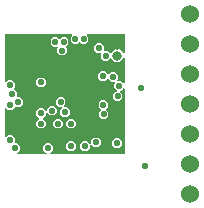
<source format=gbr>
G04 EAGLE Gerber X2 export*
%TF.Part,Single*%
%TF.FileFunction,Copper,L2,Inr,Mixed*%
%TF.FilePolarity,Positive*%
%TF.GenerationSoftware,Autodesk,EAGLE,8.7.1*%
%TF.CreationDate,2018-04-15T23:48:00Z*%
G75*
%MOMM*%
%FSLAX34Y34*%
%LPD*%
%AMOC8*
5,1,8,0,0,1.08239X$1,22.5*%
G01*
%ADD10C,1.524000*%
%ADD11C,0.558800*%
%ADD12C,0.804800*%

G36*
X33912Y-750D02*
X33912Y-750D01*
X33984Y-748D01*
X34033Y-730D01*
X34084Y-722D01*
X34147Y-688D01*
X34215Y-663D01*
X34255Y-631D01*
X34301Y-606D01*
X34351Y-554D01*
X34407Y-510D01*
X34435Y-466D01*
X34471Y-428D01*
X34501Y-363D01*
X34540Y-303D01*
X34552Y-252D01*
X34574Y-205D01*
X34582Y-134D01*
X34600Y-64D01*
X34596Y-12D01*
X34601Y39D01*
X34586Y110D01*
X34581Y181D01*
X34560Y229D01*
X34549Y280D01*
X34512Y341D01*
X34484Y407D01*
X34439Y463D01*
X34423Y491D01*
X34405Y506D01*
X34379Y538D01*
X31926Y2991D01*
X31926Y6359D01*
X34307Y8740D01*
X37675Y8740D01*
X40056Y6359D01*
X40056Y2991D01*
X37603Y538D01*
X37561Y480D01*
X37511Y428D01*
X37490Y381D01*
X37459Y339D01*
X37438Y270D01*
X37408Y205D01*
X37402Y153D01*
X37387Y103D01*
X37389Y32D01*
X37381Y-39D01*
X37392Y-90D01*
X37393Y-142D01*
X37418Y-210D01*
X37433Y-280D01*
X37460Y-325D01*
X37478Y-373D01*
X37522Y-429D01*
X37559Y-491D01*
X37599Y-525D01*
X37631Y-565D01*
X37692Y-604D01*
X37746Y-651D01*
X37794Y-670D01*
X37838Y-698D01*
X37908Y-716D01*
X37974Y-743D01*
X38046Y-751D01*
X38077Y-759D01*
X38100Y-757D01*
X38141Y-761D01*
X100000Y-761D01*
X100020Y-758D01*
X100039Y-760D01*
X100141Y-738D01*
X100243Y-722D01*
X100260Y-712D01*
X100280Y-708D01*
X100369Y-655D01*
X100460Y-606D01*
X100474Y-592D01*
X100491Y-582D01*
X100558Y-503D01*
X100630Y-428D01*
X100638Y-410D01*
X100651Y-395D01*
X100690Y-299D01*
X100733Y-205D01*
X100735Y-185D01*
X100743Y-167D01*
X100761Y0D01*
X100761Y54175D01*
X100750Y54246D01*
X100748Y54317D01*
X100730Y54366D01*
X100722Y54418D01*
X100688Y54481D01*
X100663Y54548D01*
X100631Y54589D01*
X100606Y54635D01*
X100555Y54684D01*
X100510Y54741D01*
X100466Y54769D01*
X100428Y54805D01*
X100363Y54835D01*
X100303Y54874D01*
X100252Y54886D01*
X100205Y54908D01*
X100134Y54916D01*
X100064Y54934D01*
X100012Y54930D01*
X99961Y54935D01*
X99890Y54920D01*
X99819Y54914D01*
X99771Y54894D01*
X99720Y54883D01*
X99659Y54846D01*
X99593Y54818D01*
X99537Y54773D01*
X99509Y54757D01*
X99494Y54739D01*
X99462Y54713D01*
X97684Y52935D01*
X97325Y52935D01*
X97254Y52924D01*
X97183Y52922D01*
X97134Y52904D01*
X97082Y52896D01*
X97019Y52862D01*
X96952Y52837D01*
X96911Y52805D01*
X96865Y52780D01*
X96816Y52728D01*
X96760Y52684D01*
X96731Y52640D01*
X96696Y52602D01*
X96665Y52537D01*
X96627Y52477D01*
X96614Y52426D01*
X96592Y52379D01*
X96584Y52308D01*
X96567Y52238D01*
X96571Y52186D01*
X96565Y52135D01*
X96580Y52064D01*
X96586Y51993D01*
X96606Y51945D01*
X96617Y51894D01*
X96654Y51833D01*
X96682Y51767D01*
X96727Y51711D01*
X96743Y51683D01*
X96761Y51668D01*
X96787Y51636D01*
X98739Y49684D01*
X98739Y46316D01*
X96358Y43935D01*
X92990Y43935D01*
X90609Y46316D01*
X90609Y49684D01*
X92990Y52065D01*
X93349Y52065D01*
X93420Y52076D01*
X93492Y52078D01*
X93540Y52096D01*
X93592Y52104D01*
X93655Y52138D01*
X93723Y52163D01*
X93763Y52195D01*
X93809Y52220D01*
X93859Y52272D01*
X93915Y52316D01*
X93943Y52360D01*
X93979Y52398D01*
X94009Y52463D01*
X94048Y52523D01*
X94060Y52574D01*
X94082Y52621D01*
X94090Y52692D01*
X94108Y52762D01*
X94104Y52814D01*
X94109Y52865D01*
X94094Y52936D01*
X94088Y53007D01*
X94068Y53055D01*
X94057Y53106D01*
X94020Y53167D01*
X93992Y53233D01*
X93947Y53289D01*
X93931Y53317D01*
X93913Y53332D01*
X93887Y53364D01*
X91935Y55316D01*
X91935Y58684D01*
X92575Y59323D01*
X92617Y59382D01*
X92666Y59434D01*
X92688Y59481D01*
X92718Y59523D01*
X92740Y59592D01*
X92770Y59657D01*
X92775Y59708D01*
X92791Y59758D01*
X92789Y59830D01*
X92797Y59901D01*
X92786Y59952D01*
X92784Y60004D01*
X92760Y60071D01*
X92745Y60141D01*
X92718Y60186D01*
X92700Y60235D01*
X92655Y60291D01*
X92618Y60353D01*
X92579Y60386D01*
X92546Y60427D01*
X92486Y60466D01*
X92432Y60512D01*
X92383Y60532D01*
X92339Y60560D01*
X92270Y60578D01*
X92203Y60604D01*
X92132Y60612D01*
X92101Y60620D01*
X92078Y60618D01*
X92037Y60623D01*
X89502Y60623D01*
X87099Y63026D01*
X87083Y63037D01*
X87070Y63053D01*
X86983Y63109D01*
X86899Y63169D01*
X86880Y63175D01*
X86863Y63186D01*
X86763Y63211D01*
X86664Y63241D01*
X86644Y63241D01*
X86625Y63246D01*
X86522Y63238D01*
X86418Y63235D01*
X86399Y63228D01*
X86380Y63227D01*
X86285Y63186D01*
X86187Y63151D01*
X86172Y63138D01*
X86153Y63130D01*
X86022Y63026D01*
X84210Y61213D01*
X80843Y61213D01*
X78462Y63594D01*
X78462Y66962D01*
X80843Y69343D01*
X84210Y69343D01*
X86613Y66940D01*
X86629Y66928D01*
X86641Y66913D01*
X86729Y66857D01*
X86813Y66796D01*
X86832Y66791D01*
X86848Y66780D01*
X86949Y66755D01*
X87048Y66724D01*
X87068Y66725D01*
X87087Y66720D01*
X87190Y66728D01*
X87293Y66730D01*
X87312Y66737D01*
X87332Y66739D01*
X87427Y66779D01*
X87525Y66815D01*
X87540Y66827D01*
X87558Y66835D01*
X87689Y66940D01*
X89502Y68752D01*
X92869Y68752D01*
X95250Y66371D01*
X95250Y63004D01*
X94610Y62364D01*
X94569Y62306D01*
X94519Y62254D01*
X94497Y62207D01*
X94467Y62165D01*
X94446Y62096D01*
X94416Y62031D01*
X94410Y61979D01*
X94395Y61929D01*
X94396Y61858D01*
X94388Y61787D01*
X94400Y61736D01*
X94401Y61684D01*
X94426Y61616D01*
X94441Y61546D01*
X94467Y61501D01*
X94485Y61453D01*
X94530Y61397D01*
X94567Y61335D01*
X94606Y61301D01*
X94639Y61261D01*
X94699Y61222D01*
X94754Y61175D01*
X94802Y61156D01*
X94846Y61128D01*
X94915Y61110D01*
X94982Y61083D01*
X95053Y61075D01*
X95084Y61067D01*
X95108Y61069D01*
X95149Y61065D01*
X97684Y61065D01*
X99462Y59287D01*
X99520Y59245D01*
X99572Y59195D01*
X99619Y59173D01*
X99661Y59143D01*
X99730Y59122D01*
X99795Y59092D01*
X99847Y59086D01*
X99897Y59071D01*
X99968Y59073D01*
X100039Y59065D01*
X100090Y59076D01*
X100142Y59077D01*
X100210Y59102D01*
X100280Y59117D01*
X100324Y59144D01*
X100373Y59162D01*
X100429Y59206D01*
X100491Y59243D01*
X100525Y59283D01*
X100565Y59315D01*
X100604Y59376D01*
X100651Y59430D01*
X100670Y59478D01*
X100698Y59522D01*
X100716Y59592D01*
X100743Y59658D01*
X100751Y59730D01*
X100759Y59761D01*
X100757Y59784D01*
X100761Y59825D01*
X100761Y79867D01*
X100750Y79938D01*
X100748Y80010D01*
X100730Y80059D01*
X100722Y80110D01*
X100688Y80173D01*
X100663Y80241D01*
X100631Y80282D01*
X100606Y80328D01*
X100555Y80377D01*
X100510Y80433D01*
X100466Y80461D01*
X100428Y80497D01*
X100363Y80527D01*
X100303Y80566D01*
X100252Y80579D01*
X100205Y80601D01*
X100134Y80608D01*
X100064Y80626D01*
X100012Y80622D01*
X99961Y80628D01*
X99890Y80612D01*
X99819Y80607D01*
X99771Y80587D01*
X99720Y80575D01*
X99659Y80539D01*
X99593Y80511D01*
X99537Y80466D01*
X99509Y80449D01*
X99494Y80431D01*
X99462Y80406D01*
X96443Y77387D01*
X92057Y77387D01*
X89262Y80182D01*
X89246Y80194D01*
X89233Y80210D01*
X89146Y80266D01*
X89062Y80326D01*
X89043Y80332D01*
X89026Y80343D01*
X88926Y80368D01*
X88827Y80398D01*
X88807Y80398D01*
X88788Y80403D01*
X88685Y80395D01*
X88581Y80392D01*
X88562Y80385D01*
X88543Y80383D01*
X88448Y80343D01*
X88350Y80307D01*
X88335Y80295D01*
X88316Y80287D01*
X88185Y80182D01*
X86200Y78197D01*
X82833Y78197D01*
X80452Y80578D01*
X80452Y84074D01*
X80448Y84094D01*
X80451Y84113D01*
X80429Y84215D01*
X80412Y84317D01*
X80403Y84334D01*
X80398Y84354D01*
X80345Y84443D01*
X80297Y84534D01*
X80282Y84548D01*
X80272Y84565D01*
X80193Y84632D01*
X80118Y84704D01*
X80100Y84712D01*
X80085Y84725D01*
X79989Y84764D01*
X79895Y84807D01*
X79876Y84809D01*
X79857Y84817D01*
X79690Y84835D01*
X77056Y84835D01*
X74675Y87216D01*
X74675Y90584D01*
X77056Y92965D01*
X80424Y92965D01*
X82805Y90584D01*
X82805Y87088D01*
X82808Y87068D01*
X82806Y87048D01*
X82828Y86947D01*
X82844Y86845D01*
X82854Y86827D01*
X82858Y86808D01*
X82911Y86719D01*
X82960Y86628D01*
X82974Y86614D01*
X82984Y86597D01*
X83063Y86529D01*
X83138Y86458D01*
X83156Y86450D01*
X83171Y86437D01*
X83267Y86398D01*
X83361Y86355D01*
X83381Y86352D01*
X83399Y86345D01*
X83566Y86326D01*
X86200Y86326D01*
X87765Y84761D01*
X87781Y84750D01*
X87794Y84734D01*
X87881Y84678D01*
X87965Y84618D01*
X87984Y84612D01*
X88001Y84601D01*
X88101Y84576D01*
X88200Y84545D01*
X88220Y84546D01*
X88239Y84541D01*
X88342Y84549D01*
X88446Y84552D01*
X88464Y84559D01*
X88484Y84560D01*
X88579Y84601D01*
X88677Y84636D01*
X88692Y84649D01*
X88711Y84657D01*
X88842Y84761D01*
X92057Y87977D01*
X96443Y87977D01*
X99462Y84958D01*
X99520Y84916D01*
X99572Y84867D01*
X99619Y84845D01*
X99661Y84815D01*
X99730Y84794D01*
X99795Y84763D01*
X99847Y84758D01*
X99897Y84742D01*
X99968Y84744D01*
X100039Y84736D01*
X100090Y84747D01*
X100142Y84749D01*
X100210Y84773D01*
X100280Y84789D01*
X100324Y84815D01*
X100373Y84833D01*
X100429Y84878D01*
X100491Y84915D01*
X100525Y84954D01*
X100565Y84987D01*
X100604Y85047D01*
X100651Y85102D01*
X100670Y85150D01*
X100698Y85194D01*
X100716Y85263D01*
X100743Y85330D01*
X100751Y85401D01*
X100759Y85432D01*
X100757Y85456D01*
X100761Y85497D01*
X100761Y100000D01*
X100758Y100020D01*
X100760Y100039D01*
X100738Y100141D01*
X100722Y100243D01*
X100712Y100260D01*
X100708Y100280D01*
X100655Y100369D01*
X100606Y100460D01*
X100592Y100474D01*
X100582Y100491D01*
X100503Y100558D01*
X100428Y100630D01*
X100410Y100638D01*
X100395Y100651D01*
X100299Y100690D01*
X100205Y100733D01*
X100185Y100735D01*
X100167Y100743D01*
X100000Y100761D01*
X69412Y100761D01*
X69342Y100750D01*
X69270Y100748D01*
X69221Y100730D01*
X69170Y100722D01*
X69106Y100688D01*
X69039Y100663D01*
X68998Y100631D01*
X68952Y100606D01*
X68903Y100555D01*
X68847Y100510D01*
X68819Y100466D01*
X68783Y100428D01*
X68753Y100363D01*
X68714Y100303D01*
X68701Y100252D01*
X68679Y100205D01*
X68671Y100134D01*
X68654Y100064D01*
X68658Y100012D01*
X68652Y99961D01*
X68667Y99890D01*
X68673Y99819D01*
X68693Y99771D01*
X68704Y99720D01*
X68741Y99659D01*
X68769Y99593D01*
X68814Y99537D01*
X68831Y99509D01*
X68848Y99494D01*
X68874Y99462D01*
X69899Y98437D01*
X69899Y95070D01*
X67518Y92689D01*
X64150Y92689D01*
X62885Y93954D01*
X62869Y93965D01*
X62857Y93981D01*
X62769Y94037D01*
X62686Y94097D01*
X62667Y94103D01*
X62650Y94114D01*
X62549Y94139D01*
X62451Y94170D01*
X62431Y94169D01*
X62411Y94174D01*
X62308Y94166D01*
X62205Y94163D01*
X62186Y94156D01*
X62166Y94155D01*
X62071Y94114D01*
X61974Y94079D01*
X61958Y94066D01*
X61940Y94058D01*
X61809Y93954D01*
X60660Y92804D01*
X57292Y92804D01*
X54911Y95186D01*
X54911Y98553D01*
X55820Y99462D01*
X55862Y99520D01*
X55911Y99572D01*
X55933Y99619D01*
X55964Y99661D01*
X55985Y99730D01*
X56015Y99795D01*
X56021Y99847D01*
X56036Y99897D01*
X56034Y99968D01*
X56042Y100039D01*
X56031Y100090D01*
X56030Y100142D01*
X56005Y100210D01*
X55990Y100280D01*
X55963Y100324D01*
X55945Y100373D01*
X55900Y100429D01*
X55864Y100491D01*
X55824Y100525D01*
X55791Y100565D01*
X55731Y100604D01*
X55677Y100651D01*
X55628Y100670D01*
X55585Y100698D01*
X55515Y100716D01*
X55448Y100743D01*
X55377Y100751D01*
X55346Y100759D01*
X55323Y100757D01*
X55282Y100761D01*
X0Y100761D01*
X-20Y100758D01*
X-39Y100760D01*
X-141Y100738D01*
X-243Y100722D01*
X-260Y100712D01*
X-280Y100708D01*
X-369Y100655D01*
X-460Y100606D01*
X-474Y100592D01*
X-491Y100582D01*
X-558Y100503D01*
X-630Y100428D01*
X-638Y100410D01*
X-651Y100395D01*
X-690Y100299D01*
X-733Y100205D01*
X-735Y100185D01*
X-743Y100167D01*
X-761Y100000D01*
X-761Y60825D01*
X-750Y60754D01*
X-748Y60683D01*
X-730Y60634D01*
X-722Y60582D01*
X-688Y60519D01*
X-663Y60452D01*
X-631Y60411D01*
X-606Y60365D01*
X-554Y60315D01*
X-510Y60259D01*
X-466Y60231D01*
X-428Y60195D01*
X-363Y60165D01*
X-303Y60126D01*
X-252Y60114D01*
X-205Y60092D01*
X-134Y60084D01*
X-64Y60066D01*
X-12Y60070D01*
X39Y60065D01*
X110Y60080D01*
X181Y60086D01*
X229Y60106D01*
X280Y60117D01*
X341Y60154D01*
X407Y60182D01*
X463Y60227D01*
X491Y60243D01*
X506Y60261D01*
X538Y60287D01*
X2316Y62065D01*
X5684Y62065D01*
X8065Y59684D01*
X8065Y56316D01*
X7048Y55300D01*
X7037Y55284D01*
X7021Y55271D01*
X6965Y55184D01*
X6905Y55100D01*
X6899Y55081D01*
X6888Y55064D01*
X6863Y54964D01*
X6832Y54865D01*
X6833Y54845D01*
X6828Y54826D01*
X6836Y54723D01*
X6839Y54619D01*
X6846Y54600D01*
X6847Y54580D01*
X6887Y54486D01*
X6923Y54388D01*
X6936Y54372D01*
X6943Y54354D01*
X7048Y54223D01*
X9637Y51634D01*
X9637Y48051D01*
X9640Y48031D01*
X9638Y48011D01*
X9660Y47910D01*
X9677Y47808D01*
X9686Y47790D01*
X9690Y47771D01*
X9744Y47682D01*
X9792Y47590D01*
X9806Y47577D01*
X9817Y47560D01*
X9895Y47492D01*
X9970Y47421D01*
X9988Y47413D01*
X10004Y47400D01*
X10100Y47361D01*
X10193Y47317D01*
X10213Y47315D01*
X10232Y47308D01*
X10398Y47289D01*
X12082Y47289D01*
X14463Y44908D01*
X14463Y41541D01*
X12082Y39160D01*
X8715Y39160D01*
X8600Y39275D01*
X8584Y39286D01*
X8571Y39302D01*
X8484Y39358D01*
X8400Y39418D01*
X8381Y39424D01*
X8364Y39435D01*
X8264Y39460D01*
X8165Y39491D01*
X8145Y39490D01*
X8126Y39495D01*
X8023Y39487D01*
X7919Y39484D01*
X7900Y39478D01*
X7881Y39476D01*
X7786Y39436D01*
X7688Y39400D01*
X7673Y39387D01*
X7654Y39380D01*
X7523Y39275D01*
X5184Y36935D01*
X1816Y36935D01*
X538Y38213D01*
X480Y38255D01*
X428Y38305D01*
X381Y38326D01*
X339Y38357D01*
X270Y38378D01*
X205Y38408D01*
X153Y38414D01*
X103Y38429D01*
X32Y38427D01*
X-39Y38435D01*
X-90Y38424D01*
X-142Y38423D01*
X-210Y38398D01*
X-280Y38383D01*
X-325Y38356D01*
X-373Y38338D01*
X-429Y38294D01*
X-491Y38257D01*
X-525Y38217D01*
X-565Y38185D01*
X-604Y38124D01*
X-651Y38070D01*
X-670Y38022D01*
X-698Y37978D01*
X-716Y37908D01*
X-743Y37842D01*
X-751Y37770D01*
X-759Y37739D01*
X-757Y37716D01*
X-761Y37675D01*
X-761Y14429D01*
X-750Y14358D01*
X-748Y14287D01*
X-730Y14238D01*
X-722Y14186D01*
X-688Y14123D01*
X-663Y14056D01*
X-631Y14015D01*
X-606Y13969D01*
X-554Y13920D01*
X-510Y13864D01*
X-466Y13836D01*
X-428Y13800D01*
X-363Y13770D01*
X-303Y13731D01*
X-252Y13718D01*
X-205Y13696D01*
X-134Y13688D01*
X-64Y13671D01*
X-12Y13675D01*
X39Y13669D01*
X110Y13684D01*
X181Y13690D01*
X229Y13710D01*
X280Y13721D01*
X341Y13758D01*
X407Y13786D01*
X463Y13831D01*
X491Y13847D01*
X506Y13865D01*
X538Y13891D01*
X1990Y15343D01*
X5357Y15343D01*
X7738Y12962D01*
X7738Y9488D01*
X7711Y9428D01*
X7705Y9377D01*
X7690Y9327D01*
X7692Y9255D01*
X7684Y9184D01*
X7695Y9133D01*
X7696Y9081D01*
X7721Y9014D01*
X7736Y8943D01*
X7763Y8899D01*
X7780Y8850D01*
X7825Y8794D01*
X7862Y8732D01*
X7902Y8698D01*
X7934Y8658D01*
X7994Y8619D01*
X8049Y8572D01*
X8097Y8553D01*
X8141Y8525D01*
X8210Y8507D01*
X8277Y8480D01*
X8348Y8473D01*
X8379Y8465D01*
X8403Y8466D01*
X8444Y8462D01*
X9536Y8462D01*
X11917Y6081D01*
X11917Y2714D01*
X9742Y538D01*
X9700Y480D01*
X9651Y428D01*
X9629Y381D01*
X9599Y339D01*
X9577Y270D01*
X9547Y205D01*
X9541Y153D01*
X9526Y103D01*
X9528Y32D01*
X9520Y-39D01*
X9531Y-90D01*
X9533Y-142D01*
X9557Y-210D01*
X9572Y-280D01*
X9599Y-325D01*
X9617Y-373D01*
X9662Y-429D01*
X9699Y-491D01*
X9738Y-525D01*
X9771Y-565D01*
X9831Y-604D01*
X9885Y-651D01*
X9934Y-670D01*
X9978Y-698D01*
X10047Y-716D01*
X10114Y-743D01*
X10185Y-751D01*
X10216Y-759D01*
X10239Y-757D01*
X10280Y-761D01*
X33841Y-761D01*
X33912Y-750D01*
G37*
%LPC*%
G36*
X28316Y20935D02*
X28316Y20935D01*
X25935Y23316D01*
X25935Y26684D01*
X28213Y28962D01*
X28225Y28978D01*
X28241Y28990D01*
X28297Y29078D01*
X28357Y29161D01*
X28363Y29180D01*
X28374Y29197D01*
X28399Y29298D01*
X28429Y29397D01*
X28429Y29416D01*
X28434Y29436D01*
X28426Y29539D01*
X28423Y29642D01*
X28416Y29661D01*
X28414Y29681D01*
X28374Y29776D01*
X28338Y29873D01*
X28326Y29889D01*
X28318Y29907D01*
X28213Y30038D01*
X25935Y32316D01*
X25935Y35684D01*
X28316Y38065D01*
X31684Y38065D01*
X33617Y36131D01*
X33675Y36090D01*
X33727Y36040D01*
X33774Y36018D01*
X33817Y35988D01*
X33885Y35967D01*
X33950Y35937D01*
X34002Y35931D01*
X34052Y35915D01*
X34124Y35917D01*
X34195Y35909D01*
X34246Y35921D01*
X34298Y35922D01*
X34365Y35946D01*
X34435Y35962D01*
X34480Y35988D01*
X34529Y36006D01*
X34585Y36051D01*
X34646Y36088D01*
X34680Y36127D01*
X34721Y36160D01*
X34759Y36220D01*
X34806Y36275D01*
X34826Y36323D01*
X34854Y36367D01*
X34871Y36436D01*
X34898Y36503D01*
X34906Y36574D01*
X34914Y36605D01*
X34912Y36629D01*
X34917Y36670D01*
X34917Y37702D01*
X37298Y40084D01*
X40665Y40084D01*
X43046Y37702D01*
X43046Y34335D01*
X40665Y31954D01*
X37298Y31954D01*
X35364Y33887D01*
X35306Y33929D01*
X35254Y33979D01*
X35207Y34001D01*
X35165Y34031D01*
X35096Y34052D01*
X35031Y34082D01*
X34979Y34088D01*
X34929Y34103D01*
X34858Y34101D01*
X34787Y34109D01*
X34736Y34098D01*
X34684Y34097D01*
X34616Y34072D01*
X34546Y34057D01*
X34501Y34030D01*
X34453Y34012D01*
X34397Y33968D01*
X34335Y33931D01*
X34301Y33891D01*
X34261Y33859D01*
X34222Y33798D01*
X34175Y33744D01*
X34156Y33696D01*
X34128Y33652D01*
X34110Y33582D01*
X34083Y33516D01*
X34075Y33444D01*
X34067Y33413D01*
X34069Y33390D01*
X34065Y33349D01*
X34065Y32316D01*
X31787Y30038D01*
X31775Y30022D01*
X31759Y30010D01*
X31703Y29922D01*
X31643Y29839D01*
X31637Y29820D01*
X31626Y29803D01*
X31601Y29702D01*
X31571Y29603D01*
X31571Y29584D01*
X31566Y29564D01*
X31574Y29461D01*
X31577Y29358D01*
X31584Y29339D01*
X31586Y29319D01*
X31626Y29224D01*
X31662Y29127D01*
X31674Y29111D01*
X31682Y29093D01*
X31787Y28962D01*
X34065Y26684D01*
X34065Y23316D01*
X31684Y20935D01*
X28316Y20935D01*
G37*
%LPD*%
%LPC*%
G36*
X46068Y82803D02*
X46068Y82803D01*
X43687Y85184D01*
X43687Y88552D01*
X43771Y88636D01*
X43813Y88694D01*
X43863Y88746D01*
X43885Y88793D01*
X43915Y88835D01*
X43936Y88904D01*
X43966Y88969D01*
X43972Y89021D01*
X43987Y89071D01*
X43985Y89142D01*
X43993Y89213D01*
X43982Y89264D01*
X43981Y89316D01*
X43956Y89384D01*
X43941Y89454D01*
X43914Y89499D01*
X43896Y89547D01*
X43852Y89603D01*
X43815Y89665D01*
X43775Y89699D01*
X43743Y89739D01*
X43683Y89778D01*
X43628Y89825D01*
X43580Y89844D01*
X43536Y89872D01*
X43466Y89890D01*
X43400Y89917D01*
X43328Y89925D01*
X43297Y89933D01*
X43274Y89931D01*
X43233Y89935D01*
X40316Y89935D01*
X37935Y92316D01*
X37935Y95684D01*
X40316Y98065D01*
X43684Y98065D01*
X44686Y97063D01*
X44702Y97051D01*
X44714Y97035D01*
X44802Y96979D01*
X44886Y96919D01*
X44905Y96913D01*
X44921Y96902D01*
X45022Y96877D01*
X45121Y96847D01*
X45141Y96847D01*
X45160Y96842D01*
X45263Y96850D01*
X45367Y96853D01*
X45385Y96860D01*
X45405Y96861D01*
X45500Y96902D01*
X45598Y96937D01*
X45613Y96950D01*
X45631Y96958D01*
X45762Y97063D01*
X47212Y98512D01*
X50579Y98512D01*
X52960Y96131D01*
X52960Y92763D01*
X50821Y90624D01*
X50809Y90608D01*
X50794Y90596D01*
X50737Y90508D01*
X50677Y90424D01*
X50671Y90405D01*
X50661Y90389D01*
X50635Y90288D01*
X50605Y90189D01*
X50605Y90169D01*
X50601Y90150D01*
X50609Y90047D01*
X50611Y89943D01*
X50618Y89925D01*
X50620Y89905D01*
X50660Y89810D01*
X50696Y89712D01*
X50708Y89697D01*
X50716Y89679D01*
X50821Y89548D01*
X51817Y88552D01*
X51817Y85184D01*
X49436Y82803D01*
X46068Y82803D01*
G37*
%LPD*%
%LPC*%
G36*
X48316Y30935D02*
X48316Y30935D01*
X45935Y33316D01*
X45935Y36684D01*
X47387Y38136D01*
X47429Y38194D01*
X47479Y38246D01*
X47501Y38293D01*
X47531Y38335D01*
X47552Y38404D01*
X47582Y38469D01*
X47588Y38521D01*
X47603Y38571D01*
X47601Y38642D01*
X47609Y38713D01*
X47598Y38764D01*
X47597Y38816D01*
X47572Y38884D01*
X47557Y38954D01*
X47530Y38999D01*
X47512Y39047D01*
X47468Y39103D01*
X47431Y39165D01*
X47391Y39199D01*
X47359Y39239D01*
X47298Y39278D01*
X47244Y39325D01*
X47196Y39344D01*
X47152Y39372D01*
X47082Y39390D01*
X47016Y39417D01*
X46944Y39425D01*
X46913Y39433D01*
X46890Y39431D01*
X46849Y39435D01*
X44779Y39435D01*
X42398Y41816D01*
X42398Y45184D01*
X44779Y47565D01*
X48146Y47565D01*
X50527Y45184D01*
X50527Y41816D01*
X49075Y40364D01*
X49033Y40306D01*
X48984Y40254D01*
X48962Y40207D01*
X48932Y40165D01*
X48910Y40096D01*
X48880Y40031D01*
X48875Y39979D01*
X48859Y39929D01*
X48861Y39858D01*
X48853Y39787D01*
X48864Y39736D01*
X48866Y39684D01*
X48890Y39616D01*
X48905Y39546D01*
X48932Y39501D01*
X48950Y39453D01*
X48995Y39397D01*
X49032Y39335D01*
X49071Y39301D01*
X49104Y39261D01*
X49164Y39222D01*
X49219Y39175D01*
X49267Y39156D01*
X49311Y39128D01*
X49380Y39110D01*
X49447Y39083D01*
X49518Y39075D01*
X49549Y39067D01*
X49572Y39069D01*
X49613Y39065D01*
X51684Y39065D01*
X54065Y36684D01*
X54065Y33316D01*
X51684Y30935D01*
X48316Y30935D01*
G37*
%LPD*%
%LPC*%
G36*
X65372Y2031D02*
X65372Y2031D01*
X62991Y4412D01*
X62991Y7780D01*
X65372Y10161D01*
X68740Y10161D01*
X70975Y7925D01*
X71034Y7883D01*
X71086Y7834D01*
X71133Y7812D01*
X71175Y7782D01*
X71244Y7760D01*
X71309Y7730D01*
X71360Y7725D01*
X71410Y7709D01*
X71482Y7711D01*
X71553Y7703D01*
X71604Y7714D01*
X71656Y7716D01*
X71723Y7740D01*
X71793Y7755D01*
X71838Y7782D01*
X71887Y7800D01*
X71943Y7845D01*
X72005Y7882D01*
X72038Y7921D01*
X72079Y7954D01*
X72118Y8014D01*
X72164Y8068D01*
X72184Y8117D01*
X72212Y8161D01*
X72230Y8230D01*
X72256Y8297D01*
X72264Y8368D01*
X72272Y8399D01*
X72270Y8422D01*
X72275Y8463D01*
X72275Y10876D01*
X74656Y13257D01*
X78023Y13257D01*
X80404Y10876D01*
X80404Y7508D01*
X78023Y5127D01*
X74656Y5127D01*
X72420Y7363D01*
X72362Y7405D01*
X72310Y7454D01*
X72263Y7476D01*
X72221Y7507D01*
X72152Y7528D01*
X72087Y7558D01*
X72035Y7564D01*
X71985Y7579D01*
X71914Y7577D01*
X71843Y7585D01*
X71792Y7574D01*
X71740Y7573D01*
X71672Y7548D01*
X71602Y7533D01*
X71557Y7506D01*
X71509Y7488D01*
X71453Y7443D01*
X71391Y7407D01*
X71357Y7367D01*
X71317Y7334D01*
X71278Y7274D01*
X71231Y7220D01*
X71212Y7171D01*
X71184Y7128D01*
X71166Y7058D01*
X71139Y6991D01*
X71131Y6920D01*
X71123Y6889D01*
X71125Y6866D01*
X71121Y6825D01*
X71121Y4412D01*
X68740Y2031D01*
X65372Y2031D01*
G37*
%LPD*%
%LPC*%
G36*
X81221Y28929D02*
X81221Y28929D01*
X78840Y31310D01*
X78840Y34678D01*
X80354Y36192D01*
X80366Y36208D01*
X80381Y36221D01*
X80437Y36308D01*
X80498Y36392D01*
X80503Y36411D01*
X80514Y36428D01*
X80540Y36528D01*
X80570Y36627D01*
X80569Y36647D01*
X80574Y36666D01*
X80566Y36769D01*
X80564Y36873D01*
X80557Y36892D01*
X80555Y36912D01*
X80515Y37006D01*
X80479Y37104D01*
X80467Y37120D01*
X80459Y37138D01*
X80354Y37269D01*
X78558Y39065D01*
X78558Y42433D01*
X80939Y44814D01*
X84306Y44814D01*
X86687Y42433D01*
X86687Y39065D01*
X85173Y37551D01*
X85161Y37535D01*
X85146Y37522D01*
X85089Y37435D01*
X85029Y37351D01*
X85023Y37332D01*
X85013Y37315D01*
X84987Y37215D01*
X84957Y37116D01*
X84957Y37096D01*
X84952Y37077D01*
X84961Y36974D01*
X84963Y36870D01*
X84970Y36851D01*
X84972Y36831D01*
X85012Y36737D01*
X85048Y36639D01*
X85060Y36623D01*
X85068Y36605D01*
X85173Y36474D01*
X86969Y34678D01*
X86969Y31310D01*
X84588Y28929D01*
X81221Y28929D01*
G37*
%LPD*%
%LPC*%
G36*
X53316Y20935D02*
X53316Y20935D01*
X50935Y23316D01*
X50935Y26684D01*
X53316Y29065D01*
X56684Y29065D01*
X59065Y26684D01*
X59065Y23316D01*
X56684Y20935D01*
X53316Y20935D01*
G37*
%LPD*%
%LPC*%
G36*
X42316Y20935D02*
X42316Y20935D01*
X39935Y23316D01*
X39935Y26684D01*
X42316Y29065D01*
X45684Y29065D01*
X48065Y26684D01*
X48065Y23316D01*
X45684Y20935D01*
X42316Y20935D01*
G37*
%LPD*%
%LPC*%
G36*
X28316Y55935D02*
X28316Y55935D01*
X25935Y58316D01*
X25935Y61684D01*
X28316Y64065D01*
X31684Y64065D01*
X34065Y61684D01*
X34065Y58316D01*
X31684Y55935D01*
X28316Y55935D01*
G37*
%LPD*%
%LPC*%
G36*
X92573Y4781D02*
X92573Y4781D01*
X90192Y7162D01*
X90192Y10529D01*
X92573Y12910D01*
X95940Y12910D01*
X98321Y10529D01*
X98321Y7162D01*
X95940Y4781D01*
X92573Y4781D01*
G37*
%LPD*%
%LPC*%
G36*
X53316Y1935D02*
X53316Y1935D01*
X50935Y4316D01*
X50935Y7684D01*
X53316Y10065D01*
X56684Y10065D01*
X59065Y7684D01*
X59065Y4316D01*
X56684Y1935D01*
X53316Y1935D01*
G37*
%LPD*%
D10*
X156400Y117800D03*
X156400Y92400D03*
X156400Y67000D03*
X156400Y41600D03*
X156400Y16200D03*
X156400Y-9200D03*
X156400Y-34600D03*
D11*
X114300Y54864D03*
X82622Y40749D03*
X94674Y48000D03*
X96000Y57000D03*
X67056Y6096D03*
X82904Y32994D03*
X48895Y94447D03*
D12*
X94250Y82682D03*
D11*
X3674Y11278D03*
X7853Y4397D03*
X35991Y4675D03*
X46462Y43500D03*
X3500Y41000D03*
X4000Y58000D03*
X44000Y25000D03*
X42000Y94000D03*
X76340Y9192D03*
X30000Y25000D03*
X55000Y25000D03*
X30000Y34000D03*
X38981Y36019D03*
X30000Y60000D03*
X50000Y35000D03*
X47752Y86868D03*
D12*
X94000Y92000D03*
D11*
X17529Y15255D03*
X11301Y11363D03*
X29133Y4868D03*
X44000Y5000D03*
X18000Y72000D03*
X85113Y9340D03*
X55000Y6000D03*
X94257Y8846D03*
X117638Y-10474D03*
X78740Y88900D03*
X82526Y65278D03*
X10398Y43225D03*
X65834Y96753D03*
X5572Y49951D03*
X58976Y96869D03*
X91185Y64688D03*
X84516Y82262D03*
M02*

</source>
